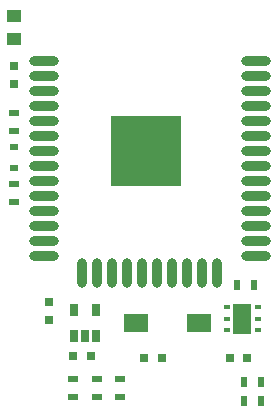
<source format=gbr>
G04 #@! TF.GenerationSoftware,KiCad,Pcbnew,(2017-08-16 revision 90873a101)-master*
G04 #@! TF.CreationDate,2017-12-27T22:47:25+02:00*
G04 #@! TF.ProjectId,esp-environment-sensors,6573702D656E7669726F6E6D656E742D,rev?*
G04 #@! TF.SameCoordinates,Original*
G04 #@! TF.FileFunction,Paste,Top*
G04 #@! TF.FilePolarity,Positive*
%FSLAX46Y46*%
G04 Gerber Fmt 4.6, Leading zero omitted, Abs format (unit mm)*
G04 Created by KiCad (PCBNEW (2017-08-16 revision 90873a101)-master) date Wed Dec 27 22:47:25 2017*
%MOMM*%
%LPD*%
G01*
G04 APERTURE LIST*
%ADD10O,2.500000X0.900000*%
%ADD11O,0.900000X2.500000*%
%ADD12R,6.000000X6.000000*%
%ADD13R,0.630000X0.450000*%
%ADD14R,1.500000X2.500000*%
%ADD15R,0.800000X0.750000*%
%ADD16R,0.750000X0.800000*%
%ADD17R,1.250000X1.000000*%
%ADD18R,0.800000X0.600000*%
%ADD19R,0.900000X0.500000*%
%ADD20R,0.500000X0.900000*%
%ADD21R,2.000000X1.600000*%
%ADD22R,0.650000X1.060000*%
G04 APERTURE END LIST*
D10*
X126500000Y-109793000D03*
X126500000Y-111063000D03*
X126500000Y-112333000D03*
X126500000Y-113603000D03*
X126500000Y-114873000D03*
X126517000Y-116143000D03*
X126517000Y-117413000D03*
X126517000Y-118683000D03*
X126517000Y-119953000D03*
X126517000Y-121223000D03*
X126517000Y-122493000D03*
X126517000Y-123763000D03*
X126517000Y-125033000D03*
X126517000Y-126303000D03*
D11*
X123215000Y-127750000D03*
X121945000Y-127750000D03*
X120675000Y-127750000D03*
X119405000Y-127750000D03*
X118135000Y-127750000D03*
X116865000Y-127750000D03*
X115595000Y-127750000D03*
X114325000Y-127750000D03*
X113055000Y-127750000D03*
X111785000Y-127750000D03*
D10*
X108500000Y-126303000D03*
X108500000Y-125033000D03*
X108500000Y-123763000D03*
X108500000Y-122493000D03*
X108500000Y-121223000D03*
X108500000Y-119953000D03*
X108500000Y-118683000D03*
X108500000Y-117413000D03*
X108500000Y-116143000D03*
X108500000Y-114873000D03*
X108500000Y-113603000D03*
X108500000Y-112333000D03*
X108500000Y-111063000D03*
X108500000Y-109793000D03*
D12*
X117200000Y-117450000D03*
D13*
X124000000Y-130700000D03*
X124000000Y-131650000D03*
X124000000Y-132600000D03*
X126680000Y-132600000D03*
X126680000Y-131650000D03*
X126680000Y-130700000D03*
D14*
X125340000Y-131650000D03*
D15*
X111000000Y-134800000D03*
X112500000Y-134800000D03*
D16*
X109000000Y-130250000D03*
X109000000Y-131750000D03*
D17*
X106000000Y-108000000D03*
X106000000Y-106000000D03*
D16*
X106000000Y-111750000D03*
X106000000Y-110250000D03*
D15*
X117000000Y-135000000D03*
X118500000Y-135000000D03*
X125750000Y-135000000D03*
X124250000Y-135000000D03*
D18*
X106000000Y-118850000D03*
X106000000Y-117150000D03*
D19*
X113000000Y-136750000D03*
X113000000Y-138250000D03*
X115000000Y-138250000D03*
X115000000Y-136750000D03*
X106000000Y-115750000D03*
X106000000Y-114250000D03*
D20*
X124850000Y-128800000D03*
X126350000Y-128800000D03*
D19*
X106000000Y-120250000D03*
X106000000Y-121750000D03*
D21*
X116300000Y-132000000D03*
X121700000Y-132000000D03*
D22*
X111050000Y-133100000D03*
X112000000Y-133100000D03*
X112950000Y-133100000D03*
X112950000Y-130900000D03*
X111050000Y-130900000D03*
D19*
X111000000Y-136750000D03*
X111000000Y-138250000D03*
D20*
X125450000Y-138600000D03*
X126950000Y-138600000D03*
X125450000Y-137000000D03*
X126950000Y-137000000D03*
M02*

</source>
